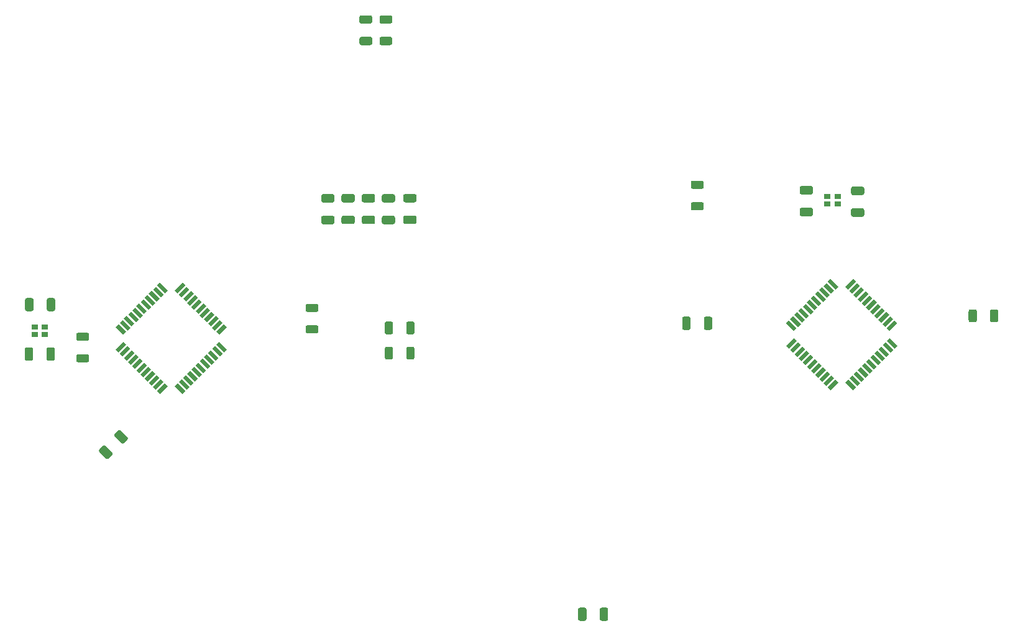
<source format=gbr>
%TF.GenerationSoftware,KiCad,Pcbnew,(5.1.10)-1*%
%TF.CreationDate,2021-09-02T18:22:41+02:00*%
%TF.ProjectId,T1,54312e6b-6963-4616-945f-706362585858,1.1*%
%TF.SameCoordinates,Original*%
%TF.FileFunction,Paste,Bot*%
%TF.FilePolarity,Positive*%
%FSLAX46Y46*%
G04 Gerber Fmt 4.6, Leading zero omitted, Abs format (unit mm)*
G04 Created by KiCad (PCBNEW (5.1.10)-1) date 2021-09-02 18:22:41*
%MOMM*%
%LPD*%
G01*
G04 APERTURE LIST*
%ADD10C,0.100000*%
%ADD11R,0.900000X0.800000*%
G04 APERTURE END LIST*
%TO.C,C12*%
G36*
G01*
X161152000Y-112379999D02*
X161152000Y-113680001D01*
G75*
G02*
X160902001Y-113930000I-249999J0D01*
G01*
X160251999Y-113930000D01*
G75*
G02*
X160002000Y-113680001I0J249999D01*
G01*
X160002000Y-112379999D01*
G75*
G02*
X160251999Y-112130000I249999J0D01*
G01*
X160902001Y-112130000D01*
G75*
G02*
X161152000Y-112379999I0J-249999D01*
G01*
G37*
G36*
G01*
X164102000Y-112379999D02*
X164102000Y-113680001D01*
G75*
G02*
X163852001Y-113930000I-249999J0D01*
G01*
X163201999Y-113930000D01*
G75*
G02*
X162952000Y-113680001I0J249999D01*
G01*
X162952000Y-112379999D01*
G75*
G02*
X163201999Y-112130000I249999J0D01*
G01*
X163852001Y-112130000D01*
G75*
G02*
X164102000Y-112379999I0J-249999D01*
G01*
G37*
%TD*%
D10*
%TO.C,U2*%
G36*
X196406548Y-81453060D02*
G01*
X196795456Y-81064152D01*
X197856116Y-82124812D01*
X197467208Y-82513720D01*
X196406548Y-81453060D01*
G37*
G36*
X196972233Y-80887374D02*
G01*
X197361141Y-80498466D01*
X198421801Y-81559126D01*
X198032893Y-81948034D01*
X196972233Y-80887374D01*
G37*
G36*
X197537918Y-80321689D02*
G01*
X197926826Y-79932781D01*
X198987486Y-80993441D01*
X198598578Y-81382349D01*
X197537918Y-80321689D01*
G37*
G36*
X198103604Y-79756004D02*
G01*
X198492512Y-79367096D01*
X199553172Y-80427756D01*
X199164264Y-80816664D01*
X198103604Y-79756004D01*
G37*
G36*
X198669289Y-79190318D02*
G01*
X199058197Y-78801410D01*
X200118857Y-79862070D01*
X199729949Y-80250978D01*
X198669289Y-79190318D01*
G37*
G36*
X199234975Y-78624633D02*
G01*
X199623883Y-78235725D01*
X200684543Y-79296385D01*
X200295635Y-79685293D01*
X199234975Y-78624633D01*
G37*
G36*
X199800660Y-78058947D02*
G01*
X200189568Y-77670039D01*
X201250228Y-78730699D01*
X200861320Y-79119607D01*
X199800660Y-78058947D01*
G37*
G36*
X200366346Y-77493262D02*
G01*
X200755254Y-77104354D01*
X201815914Y-78165014D01*
X201427006Y-78553922D01*
X200366346Y-77493262D01*
G37*
G36*
X200932031Y-76927576D02*
G01*
X201320939Y-76538668D01*
X202381599Y-77599328D01*
X201992691Y-77988236D01*
X200932031Y-76927576D01*
G37*
G36*
X201497716Y-76361891D02*
G01*
X201886624Y-75972983D01*
X202947284Y-77033643D01*
X202558376Y-77422551D01*
X201497716Y-76361891D01*
G37*
G36*
X202063402Y-75796206D02*
G01*
X202452310Y-75407298D01*
X203512970Y-76467958D01*
X203124062Y-76856866D01*
X202063402Y-75796206D01*
G37*
G36*
X202452310Y-74452702D02*
G01*
X202063402Y-74063794D01*
X203124062Y-73003134D01*
X203512970Y-73392042D01*
X202452310Y-74452702D01*
G37*
G36*
X201886624Y-73887017D02*
G01*
X201497716Y-73498109D01*
X202558376Y-72437449D01*
X202947284Y-72826357D01*
X201886624Y-73887017D01*
G37*
G36*
X201320939Y-73321332D02*
G01*
X200932031Y-72932424D01*
X201992691Y-71871764D01*
X202381599Y-72260672D01*
X201320939Y-73321332D01*
G37*
G36*
X200755254Y-72755646D02*
G01*
X200366346Y-72366738D01*
X201427006Y-71306078D01*
X201815914Y-71694986D01*
X200755254Y-72755646D01*
G37*
G36*
X200189568Y-72189961D02*
G01*
X199800660Y-71801053D01*
X200861320Y-70740393D01*
X201250228Y-71129301D01*
X200189568Y-72189961D01*
G37*
G36*
X199623883Y-71624275D02*
G01*
X199234975Y-71235367D01*
X200295635Y-70174707D01*
X200684543Y-70563615D01*
X199623883Y-71624275D01*
G37*
G36*
X199058197Y-71058590D02*
G01*
X198669289Y-70669682D01*
X199729949Y-69609022D01*
X200118857Y-69997930D01*
X199058197Y-71058590D01*
G37*
G36*
X198492512Y-70492904D02*
G01*
X198103604Y-70103996D01*
X199164264Y-69043336D01*
X199553172Y-69432244D01*
X198492512Y-70492904D01*
G37*
G36*
X197926826Y-69927219D02*
G01*
X197537918Y-69538311D01*
X198598578Y-68477651D01*
X198987486Y-68866559D01*
X197926826Y-69927219D01*
G37*
G36*
X197361141Y-69361534D02*
G01*
X196972233Y-68972626D01*
X198032893Y-67911966D01*
X198421801Y-68300874D01*
X197361141Y-69361534D01*
G37*
G36*
X196795456Y-68795848D02*
G01*
X196406548Y-68406940D01*
X197467208Y-67346280D01*
X197856116Y-67735188D01*
X196795456Y-68795848D01*
G37*
G36*
X194002384Y-67735188D02*
G01*
X194391292Y-67346280D01*
X195451952Y-68406940D01*
X195063044Y-68795848D01*
X194002384Y-67735188D01*
G37*
G36*
X193436699Y-68300874D02*
G01*
X193825607Y-67911966D01*
X194886267Y-68972626D01*
X194497359Y-69361534D01*
X193436699Y-68300874D01*
G37*
G36*
X192871014Y-68866559D02*
G01*
X193259922Y-68477651D01*
X194320582Y-69538311D01*
X193931674Y-69927219D01*
X192871014Y-68866559D01*
G37*
G36*
X192305328Y-69432244D02*
G01*
X192694236Y-69043336D01*
X193754896Y-70103996D01*
X193365988Y-70492904D01*
X192305328Y-69432244D01*
G37*
G36*
X191739643Y-69997930D02*
G01*
X192128551Y-69609022D01*
X193189211Y-70669682D01*
X192800303Y-71058590D01*
X191739643Y-69997930D01*
G37*
G36*
X191173957Y-70563615D02*
G01*
X191562865Y-70174707D01*
X192623525Y-71235367D01*
X192234617Y-71624275D01*
X191173957Y-70563615D01*
G37*
G36*
X190608272Y-71129301D02*
G01*
X190997180Y-70740393D01*
X192057840Y-71801053D01*
X191668932Y-72189961D01*
X190608272Y-71129301D01*
G37*
G36*
X190042586Y-71694986D02*
G01*
X190431494Y-71306078D01*
X191492154Y-72366738D01*
X191103246Y-72755646D01*
X190042586Y-71694986D01*
G37*
G36*
X189476901Y-72260672D02*
G01*
X189865809Y-71871764D01*
X190926469Y-72932424D01*
X190537561Y-73321332D01*
X189476901Y-72260672D01*
G37*
G36*
X188911216Y-72826357D02*
G01*
X189300124Y-72437449D01*
X190360784Y-73498109D01*
X189971876Y-73887017D01*
X188911216Y-72826357D01*
G37*
G36*
X188345530Y-73392042D02*
G01*
X188734438Y-73003134D01*
X189795098Y-74063794D01*
X189406190Y-74452702D01*
X188345530Y-73392042D01*
G37*
G36*
X188734438Y-76856866D02*
G01*
X188345530Y-76467958D01*
X189406190Y-75407298D01*
X189795098Y-75796206D01*
X188734438Y-76856866D01*
G37*
G36*
X189300124Y-77422551D02*
G01*
X188911216Y-77033643D01*
X189971876Y-75972983D01*
X190360784Y-76361891D01*
X189300124Y-77422551D01*
G37*
G36*
X189865809Y-77988236D02*
G01*
X189476901Y-77599328D01*
X190537561Y-76538668D01*
X190926469Y-76927576D01*
X189865809Y-77988236D01*
G37*
G36*
X190431494Y-78553922D02*
G01*
X190042586Y-78165014D01*
X191103246Y-77104354D01*
X191492154Y-77493262D01*
X190431494Y-78553922D01*
G37*
G36*
X190997180Y-79119607D02*
G01*
X190608272Y-78730699D01*
X191668932Y-77670039D01*
X192057840Y-78058947D01*
X190997180Y-79119607D01*
G37*
G36*
X191562865Y-79685293D02*
G01*
X191173957Y-79296385D01*
X192234617Y-78235725D01*
X192623525Y-78624633D01*
X191562865Y-79685293D01*
G37*
G36*
X192128551Y-80250978D02*
G01*
X191739643Y-79862070D01*
X192800303Y-78801410D01*
X193189211Y-79190318D01*
X192128551Y-80250978D01*
G37*
G36*
X192694236Y-80816664D02*
G01*
X192305328Y-80427756D01*
X193365988Y-79367096D01*
X193754896Y-79756004D01*
X192694236Y-80816664D01*
G37*
G36*
X193259922Y-81382349D02*
G01*
X192871014Y-80993441D01*
X193931674Y-79932781D01*
X194320582Y-80321689D01*
X193259922Y-81382349D01*
G37*
G36*
X193825607Y-81948034D02*
G01*
X193436699Y-81559126D01*
X194497359Y-80498466D01*
X194886267Y-80887374D01*
X193825607Y-81948034D01*
G37*
G36*
X194391292Y-82513720D02*
G01*
X194002384Y-82124812D01*
X195063044Y-81064152D01*
X195451952Y-81453060D01*
X194391292Y-82513720D01*
G37*
%TD*%
%TO.C,U1*%
G36*
X105061798Y-81961060D02*
G01*
X105450706Y-81572152D01*
X106511366Y-82632812D01*
X106122458Y-83021720D01*
X105061798Y-81961060D01*
G37*
G36*
X105627483Y-81395374D02*
G01*
X106016391Y-81006466D01*
X107077051Y-82067126D01*
X106688143Y-82456034D01*
X105627483Y-81395374D01*
G37*
G36*
X106193168Y-80829689D02*
G01*
X106582076Y-80440781D01*
X107642736Y-81501441D01*
X107253828Y-81890349D01*
X106193168Y-80829689D01*
G37*
G36*
X106758854Y-80264004D02*
G01*
X107147762Y-79875096D01*
X108208422Y-80935756D01*
X107819514Y-81324664D01*
X106758854Y-80264004D01*
G37*
G36*
X107324539Y-79698318D02*
G01*
X107713447Y-79309410D01*
X108774107Y-80370070D01*
X108385199Y-80758978D01*
X107324539Y-79698318D01*
G37*
G36*
X107890225Y-79132633D02*
G01*
X108279133Y-78743725D01*
X109339793Y-79804385D01*
X108950885Y-80193293D01*
X107890225Y-79132633D01*
G37*
G36*
X108455910Y-78566947D02*
G01*
X108844818Y-78178039D01*
X109905478Y-79238699D01*
X109516570Y-79627607D01*
X108455910Y-78566947D01*
G37*
G36*
X109021596Y-78001262D02*
G01*
X109410504Y-77612354D01*
X110471164Y-78673014D01*
X110082256Y-79061922D01*
X109021596Y-78001262D01*
G37*
G36*
X109587281Y-77435576D02*
G01*
X109976189Y-77046668D01*
X111036849Y-78107328D01*
X110647941Y-78496236D01*
X109587281Y-77435576D01*
G37*
G36*
X110152966Y-76869891D02*
G01*
X110541874Y-76480983D01*
X111602534Y-77541643D01*
X111213626Y-77930551D01*
X110152966Y-76869891D01*
G37*
G36*
X110718652Y-76304206D02*
G01*
X111107560Y-75915298D01*
X112168220Y-76975958D01*
X111779312Y-77364866D01*
X110718652Y-76304206D01*
G37*
G36*
X111107560Y-74960702D02*
G01*
X110718652Y-74571794D01*
X111779312Y-73511134D01*
X112168220Y-73900042D01*
X111107560Y-74960702D01*
G37*
G36*
X110541874Y-74395017D02*
G01*
X110152966Y-74006109D01*
X111213626Y-72945449D01*
X111602534Y-73334357D01*
X110541874Y-74395017D01*
G37*
G36*
X109976189Y-73829332D02*
G01*
X109587281Y-73440424D01*
X110647941Y-72379764D01*
X111036849Y-72768672D01*
X109976189Y-73829332D01*
G37*
G36*
X109410504Y-73263646D02*
G01*
X109021596Y-72874738D01*
X110082256Y-71814078D01*
X110471164Y-72202986D01*
X109410504Y-73263646D01*
G37*
G36*
X108844818Y-72697961D02*
G01*
X108455910Y-72309053D01*
X109516570Y-71248393D01*
X109905478Y-71637301D01*
X108844818Y-72697961D01*
G37*
G36*
X108279133Y-72132275D02*
G01*
X107890225Y-71743367D01*
X108950885Y-70682707D01*
X109339793Y-71071615D01*
X108279133Y-72132275D01*
G37*
G36*
X107713447Y-71566590D02*
G01*
X107324539Y-71177682D01*
X108385199Y-70117022D01*
X108774107Y-70505930D01*
X107713447Y-71566590D01*
G37*
G36*
X107147762Y-71000904D02*
G01*
X106758854Y-70611996D01*
X107819514Y-69551336D01*
X108208422Y-69940244D01*
X107147762Y-71000904D01*
G37*
G36*
X106582076Y-70435219D02*
G01*
X106193168Y-70046311D01*
X107253828Y-68985651D01*
X107642736Y-69374559D01*
X106582076Y-70435219D01*
G37*
G36*
X106016391Y-69869534D02*
G01*
X105627483Y-69480626D01*
X106688143Y-68419966D01*
X107077051Y-68808874D01*
X106016391Y-69869534D01*
G37*
G36*
X105450706Y-69303848D02*
G01*
X105061798Y-68914940D01*
X106122458Y-67854280D01*
X106511366Y-68243188D01*
X105450706Y-69303848D01*
G37*
G36*
X102657634Y-68243188D02*
G01*
X103046542Y-67854280D01*
X104107202Y-68914940D01*
X103718294Y-69303848D01*
X102657634Y-68243188D01*
G37*
G36*
X102091949Y-68808874D02*
G01*
X102480857Y-68419966D01*
X103541517Y-69480626D01*
X103152609Y-69869534D01*
X102091949Y-68808874D01*
G37*
G36*
X101526264Y-69374559D02*
G01*
X101915172Y-68985651D01*
X102975832Y-70046311D01*
X102586924Y-70435219D01*
X101526264Y-69374559D01*
G37*
G36*
X100960578Y-69940244D02*
G01*
X101349486Y-69551336D01*
X102410146Y-70611996D01*
X102021238Y-71000904D01*
X100960578Y-69940244D01*
G37*
G36*
X100394893Y-70505930D02*
G01*
X100783801Y-70117022D01*
X101844461Y-71177682D01*
X101455553Y-71566590D01*
X100394893Y-70505930D01*
G37*
G36*
X99829207Y-71071615D02*
G01*
X100218115Y-70682707D01*
X101278775Y-71743367D01*
X100889867Y-72132275D01*
X99829207Y-71071615D01*
G37*
G36*
X99263522Y-71637301D02*
G01*
X99652430Y-71248393D01*
X100713090Y-72309053D01*
X100324182Y-72697961D01*
X99263522Y-71637301D01*
G37*
G36*
X98697836Y-72202986D02*
G01*
X99086744Y-71814078D01*
X100147404Y-72874738D01*
X99758496Y-73263646D01*
X98697836Y-72202986D01*
G37*
G36*
X98132151Y-72768672D02*
G01*
X98521059Y-72379764D01*
X99581719Y-73440424D01*
X99192811Y-73829332D01*
X98132151Y-72768672D01*
G37*
G36*
X97566466Y-73334357D02*
G01*
X97955374Y-72945449D01*
X99016034Y-74006109D01*
X98627126Y-74395017D01*
X97566466Y-73334357D01*
G37*
G36*
X97000780Y-73900042D02*
G01*
X97389688Y-73511134D01*
X98450348Y-74571794D01*
X98061440Y-74960702D01*
X97000780Y-73900042D01*
G37*
G36*
X97389688Y-77364866D02*
G01*
X97000780Y-76975958D01*
X98061440Y-75915298D01*
X98450348Y-76304206D01*
X97389688Y-77364866D01*
G37*
G36*
X97955374Y-77930551D02*
G01*
X97566466Y-77541643D01*
X98627126Y-76480983D01*
X99016034Y-76869891D01*
X97955374Y-77930551D01*
G37*
G36*
X98521059Y-78496236D02*
G01*
X98132151Y-78107328D01*
X99192811Y-77046668D01*
X99581719Y-77435576D01*
X98521059Y-78496236D01*
G37*
G36*
X99086744Y-79061922D02*
G01*
X98697836Y-78673014D01*
X99758496Y-77612354D01*
X100147404Y-78001262D01*
X99086744Y-79061922D01*
G37*
G36*
X99652430Y-79627607D02*
G01*
X99263522Y-79238699D01*
X100324182Y-78178039D01*
X100713090Y-78566947D01*
X99652430Y-79627607D01*
G37*
G36*
X100218115Y-80193293D02*
G01*
X99829207Y-79804385D01*
X100889867Y-78743725D01*
X101278775Y-79132633D01*
X100218115Y-80193293D01*
G37*
G36*
X100783801Y-80758978D02*
G01*
X100394893Y-80370070D01*
X101455553Y-79309410D01*
X101844461Y-79698318D01*
X100783801Y-80758978D01*
G37*
G36*
X101349486Y-81324664D02*
G01*
X100960578Y-80935756D01*
X102021238Y-79875096D01*
X102410146Y-80264004D01*
X101349486Y-81324664D01*
G37*
G36*
X101915172Y-81890349D02*
G01*
X101526264Y-81501441D01*
X102586924Y-80440781D01*
X102975832Y-80829689D01*
X101915172Y-81890349D01*
G37*
G36*
X102480857Y-82456034D02*
G01*
X102091949Y-82067126D01*
X103152609Y-81006466D01*
X103541517Y-81395374D01*
X102480857Y-82456034D01*
G37*
G36*
X103046542Y-83021720D02*
G01*
X102657634Y-82632812D01*
X103718294Y-81572152D01*
X104107202Y-81961060D01*
X103046542Y-83021720D01*
G37*
%TD*%
%TO.C,R8*%
G36*
G01*
X130470747Y-34396250D02*
X131720753Y-34396250D01*
G75*
G02*
X131970750Y-34646247I0J-249997D01*
G01*
X131970750Y-35271253D01*
G75*
G02*
X131720753Y-35521250I-249997J0D01*
G01*
X130470747Y-35521250D01*
G75*
G02*
X130220750Y-35271253I0J249997D01*
G01*
X130220750Y-34646247D01*
G75*
G02*
X130470747Y-34396250I249997J0D01*
G01*
G37*
G36*
G01*
X130470747Y-31471250D02*
X131720753Y-31471250D01*
G75*
G02*
X131970750Y-31721247I0J-249997D01*
G01*
X131970750Y-32346253D01*
G75*
G02*
X131720753Y-32596250I-249997J0D01*
G01*
X130470747Y-32596250D01*
G75*
G02*
X130220750Y-32346253I0J249997D01*
G01*
X130220750Y-31721247D01*
G75*
G02*
X130470747Y-31471250I249997J0D01*
G01*
G37*
%TD*%
%TO.C,R7*%
G36*
G01*
X133201247Y-34396250D02*
X134451253Y-34396250D01*
G75*
G02*
X134701250Y-34646247I0J-249997D01*
G01*
X134701250Y-35271253D01*
G75*
G02*
X134451253Y-35521250I-249997J0D01*
G01*
X133201247Y-35521250D01*
G75*
G02*
X132951250Y-35271253I0J249997D01*
G01*
X132951250Y-34646247D01*
G75*
G02*
X133201247Y-34396250I249997J0D01*
G01*
G37*
G36*
G01*
X133201247Y-31471250D02*
X134451253Y-31471250D01*
G75*
G02*
X134701250Y-31721247I0J-249997D01*
G01*
X134701250Y-32346253D01*
G75*
G02*
X134451253Y-32596250I-249997J0D01*
G01*
X133201247Y-32596250D01*
G75*
G02*
X132951250Y-32346253I0J249997D01*
G01*
X132951250Y-31721247D01*
G75*
G02*
X133201247Y-31471250I249997J0D01*
G01*
G37*
%TD*%
%TO.C,R6*%
G36*
G01*
X216133250Y-73015003D02*
X216133250Y-71764997D01*
G75*
G02*
X216383247Y-71515000I249997J0D01*
G01*
X217008253Y-71515000D01*
G75*
G02*
X217258250Y-71764997I0J-249997D01*
G01*
X217258250Y-73015003D01*
G75*
G02*
X217008253Y-73265000I-249997J0D01*
G01*
X216383247Y-73265000D01*
G75*
G02*
X216133250Y-73015003I0J249997D01*
G01*
G37*
G36*
G01*
X213208250Y-73015003D02*
X213208250Y-71764997D01*
G75*
G02*
X213458247Y-71515000I249997J0D01*
G01*
X214083253Y-71515000D01*
G75*
G02*
X214333250Y-71764997I0J-249997D01*
G01*
X214333250Y-73015003D01*
G75*
G02*
X214083253Y-73265000I-249997J0D01*
G01*
X213458247Y-73265000D01*
G75*
G02*
X213208250Y-73015003I0J249997D01*
G01*
G37*
%TD*%
%TO.C,R5*%
G36*
G01*
X176869253Y-55107000D02*
X175619247Y-55107000D01*
G75*
G02*
X175369250Y-54857003I0J249997D01*
G01*
X175369250Y-54231997D01*
G75*
G02*
X175619247Y-53982000I249997J0D01*
G01*
X176869253Y-53982000D01*
G75*
G02*
X177119250Y-54231997I0J-249997D01*
G01*
X177119250Y-54857003D01*
G75*
G02*
X176869253Y-55107000I-249997J0D01*
G01*
G37*
G36*
G01*
X176869253Y-58032000D02*
X175619247Y-58032000D01*
G75*
G02*
X175369250Y-57782003I0J249997D01*
G01*
X175369250Y-57156997D01*
G75*
G02*
X175619247Y-56907000I249997J0D01*
G01*
X176869253Y-56907000D01*
G75*
G02*
X177119250Y-57156997I0J-249997D01*
G01*
X177119250Y-57782003D01*
G75*
G02*
X176869253Y-58032000I-249997J0D01*
G01*
G37*
%TD*%
%TO.C,R4*%
G36*
G01*
X123136497Y-73671000D02*
X124386503Y-73671000D01*
G75*
G02*
X124636500Y-73920997I0J-249997D01*
G01*
X124636500Y-74546003D01*
G75*
G02*
X124386503Y-74796000I-249997J0D01*
G01*
X123136497Y-74796000D01*
G75*
G02*
X122886500Y-74546003I0J249997D01*
G01*
X122886500Y-73920997D01*
G75*
G02*
X123136497Y-73671000I249997J0D01*
G01*
G37*
G36*
G01*
X123136497Y-70746000D02*
X124386503Y-70746000D01*
G75*
G02*
X124636500Y-70995997I0J-249997D01*
G01*
X124636500Y-71621003D01*
G75*
G02*
X124386503Y-71871000I-249997J0D01*
G01*
X123136497Y-71871000D01*
G75*
G02*
X122886500Y-71621003I0J249997D01*
G01*
X122886500Y-70995997D01*
G75*
G02*
X123136497Y-70746000I249997J0D01*
G01*
G37*
%TD*%
%TO.C,R3*%
G36*
G01*
X134799500Y-73415997D02*
X134799500Y-74666003D01*
G75*
G02*
X134549503Y-74916000I-249997J0D01*
G01*
X133924497Y-74916000D01*
G75*
G02*
X133674500Y-74666003I0J249997D01*
G01*
X133674500Y-73415997D01*
G75*
G02*
X133924497Y-73166000I249997J0D01*
G01*
X134549503Y-73166000D01*
G75*
G02*
X134799500Y-73415997I0J-249997D01*
G01*
G37*
G36*
G01*
X137724500Y-73415997D02*
X137724500Y-74666003D01*
G75*
G02*
X137474503Y-74916000I-249997J0D01*
G01*
X136849497Y-74916000D01*
G75*
G02*
X136599500Y-74666003I0J249997D01*
G01*
X136599500Y-73415997D01*
G75*
G02*
X136849497Y-73166000I249997J0D01*
G01*
X137474503Y-73166000D01*
G75*
G02*
X137724500Y-73415997I0J-249997D01*
G01*
G37*
%TD*%
%TO.C,R2*%
G36*
G01*
X134799500Y-76844997D02*
X134799500Y-78095003D01*
G75*
G02*
X134549503Y-78345000I-249997J0D01*
G01*
X133924497Y-78345000D01*
G75*
G02*
X133674500Y-78095003I0J249997D01*
G01*
X133674500Y-76844997D01*
G75*
G02*
X133924497Y-76595000I249997J0D01*
G01*
X134549503Y-76595000D01*
G75*
G02*
X134799500Y-76844997I0J-249997D01*
G01*
G37*
G36*
G01*
X137724500Y-76844997D02*
X137724500Y-78095003D01*
G75*
G02*
X137474503Y-78345000I-249997J0D01*
G01*
X136849497Y-78345000D01*
G75*
G02*
X136599500Y-78095003I0J249997D01*
G01*
X136599500Y-76844997D01*
G75*
G02*
X136849497Y-76595000I249997J0D01*
G01*
X137474503Y-76595000D01*
G75*
G02*
X137724500Y-76844997I0J-249997D01*
G01*
G37*
%TD*%
%TO.C,R1*%
G36*
G01*
X93144503Y-75808000D02*
X91894497Y-75808000D01*
G75*
G02*
X91644500Y-75558003I0J249997D01*
G01*
X91644500Y-74932997D01*
G75*
G02*
X91894497Y-74683000I249997J0D01*
G01*
X93144503Y-74683000D01*
G75*
G02*
X93394500Y-74932997I0J-249997D01*
G01*
X93394500Y-75558003D01*
G75*
G02*
X93144503Y-75808000I-249997J0D01*
G01*
G37*
G36*
G01*
X93144503Y-78733000D02*
X91894497Y-78733000D01*
G75*
G02*
X91644500Y-78483003I0J249997D01*
G01*
X91644500Y-77857997D01*
G75*
G02*
X91894497Y-77608000I249997J0D01*
G01*
X93144503Y-77608000D01*
G75*
G02*
X93394500Y-77857997I0J-249997D01*
G01*
X93394500Y-78483003D01*
G75*
G02*
X93144503Y-78733000I-249997J0D01*
G01*
G37*
%TD*%
%TO.C,C11*%
G36*
G01*
X177144250Y-74056001D02*
X177144250Y-72755999D01*
G75*
G02*
X177394249Y-72506000I249999J0D01*
G01*
X178044251Y-72506000D01*
G75*
G02*
X178294250Y-72755999I0J-249999D01*
G01*
X178294250Y-74056001D01*
G75*
G02*
X178044251Y-74306000I-249999J0D01*
G01*
X177394249Y-74306000D01*
G75*
G02*
X177144250Y-74056001I0J249999D01*
G01*
G37*
G36*
G01*
X174194250Y-74056001D02*
X174194250Y-72755999D01*
G75*
G02*
X174444249Y-72506000I249999J0D01*
G01*
X175094251Y-72506000D01*
G75*
G02*
X175344250Y-72755999I0J-249999D01*
G01*
X175344250Y-74056001D01*
G75*
G02*
X175094251Y-74306000I-249999J0D01*
G01*
X174444249Y-74306000D01*
G75*
G02*
X174194250Y-74056001I0J249999D01*
G01*
G37*
%TD*%
%TO.C,C10*%
G36*
G01*
X190453249Y-57669000D02*
X191753251Y-57669000D01*
G75*
G02*
X192003250Y-57918999I0J-249999D01*
G01*
X192003250Y-58569001D01*
G75*
G02*
X191753251Y-58819000I-249999J0D01*
G01*
X190453249Y-58819000D01*
G75*
G02*
X190203250Y-58569001I0J249999D01*
G01*
X190203250Y-57918999D01*
G75*
G02*
X190453249Y-57669000I249999J0D01*
G01*
G37*
G36*
G01*
X190453249Y-54719000D02*
X191753251Y-54719000D01*
G75*
G02*
X192003250Y-54968999I0J-249999D01*
G01*
X192003250Y-55619001D01*
G75*
G02*
X191753251Y-55869000I-249999J0D01*
G01*
X190453249Y-55869000D01*
G75*
G02*
X190203250Y-55619001I0J249999D01*
G01*
X190203250Y-54968999D01*
G75*
G02*
X190453249Y-54719000I249999J0D01*
G01*
G37*
%TD*%
%TO.C,C9*%
G36*
G01*
X198738251Y-55947000D02*
X197438249Y-55947000D01*
G75*
G02*
X197188250Y-55697001I0J249999D01*
G01*
X197188250Y-55046999D01*
G75*
G02*
X197438249Y-54797000I249999J0D01*
G01*
X198738251Y-54797000D01*
G75*
G02*
X198988250Y-55046999I0J-249999D01*
G01*
X198988250Y-55697001D01*
G75*
G02*
X198738251Y-55947000I-249999J0D01*
G01*
G37*
G36*
G01*
X198738251Y-58897000D02*
X197438249Y-58897000D01*
G75*
G02*
X197188250Y-58647001I0J249999D01*
G01*
X197188250Y-57996999D01*
G75*
G02*
X197438249Y-57747000I249999J0D01*
G01*
X198738251Y-57747000D01*
G75*
G02*
X198988250Y-57996999I0J-249999D01*
G01*
X198988250Y-58647001D01*
G75*
G02*
X198738251Y-58897000I-249999J0D01*
G01*
G37*
%TD*%
%TO.C,C8*%
G36*
G01*
X97806517Y-89739224D02*
X96887276Y-88819983D01*
G75*
G02*
X96887276Y-88466431I176776J176776D01*
G01*
X97346897Y-88006810D01*
G75*
G02*
X97700449Y-88006810I176776J-176776D01*
G01*
X98619690Y-88926051D01*
G75*
G02*
X98619690Y-89279603I-176776J-176776D01*
G01*
X98160069Y-89739224D01*
G75*
G02*
X97806517Y-89739224I-176776J176776D01*
G01*
G37*
G36*
G01*
X95720551Y-91825190D02*
X94801310Y-90905949D01*
G75*
G02*
X94801310Y-90552397I176776J176776D01*
G01*
X95260931Y-90092776D01*
G75*
G02*
X95614483Y-90092776I176776J-176776D01*
G01*
X96533724Y-91012017D01*
G75*
G02*
X96533724Y-91365569I-176776J-176776D01*
G01*
X96074103Y-91825190D01*
G75*
G02*
X95720551Y-91825190I-176776J176776D01*
G01*
G37*
%TD*%
%TO.C,C7*%
G36*
G01*
X85777500Y-76946999D02*
X85777500Y-78247001D01*
G75*
G02*
X85527501Y-78497000I-249999J0D01*
G01*
X84877499Y-78497000D01*
G75*
G02*
X84627500Y-78247001I0J249999D01*
G01*
X84627500Y-76946999D01*
G75*
G02*
X84877499Y-76697000I249999J0D01*
G01*
X85527501Y-76697000D01*
G75*
G02*
X85777500Y-76946999I0J-249999D01*
G01*
G37*
G36*
G01*
X88727500Y-76946999D02*
X88727500Y-78247001D01*
G75*
G02*
X88477501Y-78497000I-249999J0D01*
G01*
X87827499Y-78497000D01*
G75*
G02*
X87577500Y-78247001I0J249999D01*
G01*
X87577500Y-76946999D01*
G75*
G02*
X87827499Y-76697000I249999J0D01*
G01*
X88477501Y-76697000D01*
G75*
G02*
X88727500Y-76946999I0J-249999D01*
G01*
G37*
%TD*%
%TO.C,C6*%
G36*
G01*
X87626500Y-71516001D02*
X87626500Y-70215999D01*
G75*
G02*
X87876499Y-69966000I249999J0D01*
G01*
X88526501Y-69966000D01*
G75*
G02*
X88776500Y-70215999I0J-249999D01*
G01*
X88776500Y-71516001D01*
G75*
G02*
X88526501Y-71766000I-249999J0D01*
G01*
X87876499Y-71766000D01*
G75*
G02*
X87626500Y-71516001I0J249999D01*
G01*
G37*
G36*
G01*
X84676500Y-71516001D02*
X84676500Y-70215999D01*
G75*
G02*
X84926499Y-69966000I249999J0D01*
G01*
X85576501Y-69966000D01*
G75*
G02*
X85826500Y-70215999I0J-249999D01*
G01*
X85826500Y-71516001D01*
G75*
G02*
X85576501Y-71766000I-249999J0D01*
G01*
X84926499Y-71766000D01*
G75*
G02*
X84676500Y-71516001I0J249999D01*
G01*
G37*
%TD*%
%TO.C,C5*%
G36*
G01*
X136446499Y-58748500D02*
X137746501Y-58748500D01*
G75*
G02*
X137996500Y-58998499I0J-249999D01*
G01*
X137996500Y-59648501D01*
G75*
G02*
X137746501Y-59898500I-249999J0D01*
G01*
X136446499Y-59898500D01*
G75*
G02*
X136196500Y-59648501I0J249999D01*
G01*
X136196500Y-58998499D01*
G75*
G02*
X136446499Y-58748500I249999J0D01*
G01*
G37*
G36*
G01*
X136446499Y-55798500D02*
X137746501Y-55798500D01*
G75*
G02*
X137996500Y-56048499I0J-249999D01*
G01*
X137996500Y-56698501D01*
G75*
G02*
X137746501Y-56948500I-249999J0D01*
G01*
X136446499Y-56948500D01*
G75*
G02*
X136196500Y-56698501I0J249999D01*
G01*
X136196500Y-56048499D01*
G75*
G02*
X136446499Y-55798500I249999J0D01*
G01*
G37*
%TD*%
%TO.C,C4*%
G36*
G01*
X133525499Y-58763000D02*
X134825501Y-58763000D01*
G75*
G02*
X135075500Y-59012999I0J-249999D01*
G01*
X135075500Y-59663001D01*
G75*
G02*
X134825501Y-59913000I-249999J0D01*
G01*
X133525499Y-59913000D01*
G75*
G02*
X133275500Y-59663001I0J249999D01*
G01*
X133275500Y-59012999D01*
G75*
G02*
X133525499Y-58763000I249999J0D01*
G01*
G37*
G36*
G01*
X133525499Y-55813000D02*
X134825501Y-55813000D01*
G75*
G02*
X135075500Y-56062999I0J-249999D01*
G01*
X135075500Y-56713001D01*
G75*
G02*
X134825501Y-56963000I-249999J0D01*
G01*
X133525499Y-56963000D01*
G75*
G02*
X133275500Y-56713001I0J249999D01*
G01*
X133275500Y-56062999D01*
G75*
G02*
X133525499Y-55813000I249999J0D01*
G01*
G37*
%TD*%
%TO.C,C3*%
G36*
G01*
X130794999Y-58748500D02*
X132095001Y-58748500D01*
G75*
G02*
X132345000Y-58998499I0J-249999D01*
G01*
X132345000Y-59648501D01*
G75*
G02*
X132095001Y-59898500I-249999J0D01*
G01*
X130794999Y-59898500D01*
G75*
G02*
X130545000Y-59648501I0J249999D01*
G01*
X130545000Y-58998499D01*
G75*
G02*
X130794999Y-58748500I249999J0D01*
G01*
G37*
G36*
G01*
X130794999Y-55798500D02*
X132095001Y-55798500D01*
G75*
G02*
X132345000Y-56048499I0J-249999D01*
G01*
X132345000Y-56698501D01*
G75*
G02*
X132095001Y-56948500I-249999J0D01*
G01*
X130794999Y-56948500D01*
G75*
G02*
X130545000Y-56698501I0J249999D01*
G01*
X130545000Y-56048499D01*
G75*
G02*
X130794999Y-55798500I249999J0D01*
G01*
G37*
%TD*%
%TO.C,C2*%
G36*
G01*
X128032749Y-58748500D02*
X129332751Y-58748500D01*
G75*
G02*
X129582750Y-58998499I0J-249999D01*
G01*
X129582750Y-59648501D01*
G75*
G02*
X129332751Y-59898500I-249999J0D01*
G01*
X128032749Y-59898500D01*
G75*
G02*
X127782750Y-59648501I0J249999D01*
G01*
X127782750Y-58998499D01*
G75*
G02*
X128032749Y-58748500I249999J0D01*
G01*
G37*
G36*
G01*
X128032749Y-55798500D02*
X129332751Y-55798500D01*
G75*
G02*
X129582750Y-56048499I0J-249999D01*
G01*
X129582750Y-56698501D01*
G75*
G02*
X129332751Y-56948500I-249999J0D01*
G01*
X128032749Y-56948500D01*
G75*
G02*
X127782750Y-56698501I0J249999D01*
G01*
X127782750Y-56048499D01*
G75*
G02*
X128032749Y-55798500I249999J0D01*
G01*
G37*
%TD*%
%TO.C,C1*%
G36*
G01*
X125270499Y-58763000D02*
X126570501Y-58763000D01*
G75*
G02*
X126820500Y-59012999I0J-249999D01*
G01*
X126820500Y-59663001D01*
G75*
G02*
X126570501Y-59913000I-249999J0D01*
G01*
X125270499Y-59913000D01*
G75*
G02*
X125020500Y-59663001I0J249999D01*
G01*
X125020500Y-59012999D01*
G75*
G02*
X125270499Y-58763000I249999J0D01*
G01*
G37*
G36*
G01*
X125270499Y-55813000D02*
X126570501Y-55813000D01*
G75*
G02*
X126820500Y-56062999I0J-249999D01*
G01*
X126820500Y-56713001D01*
G75*
G02*
X126570501Y-56963000I-249999J0D01*
G01*
X125270499Y-56963000D01*
G75*
G02*
X125020500Y-56713001I0J249999D01*
G01*
X125020500Y-56062999D01*
G75*
G02*
X125270499Y-55813000I249999J0D01*
G01*
G37*
%TD*%
D11*
%TO.C,Y1*%
X87377500Y-74972000D03*
X85977500Y-74972000D03*
X85977500Y-73872000D03*
X87377500Y-73872000D03*
%TD*%
%TO.C,Y2*%
X193959250Y-57192000D03*
X195359250Y-57192000D03*
X195359250Y-56092000D03*
X193959250Y-56092000D03*
%TD*%
M02*

</source>
